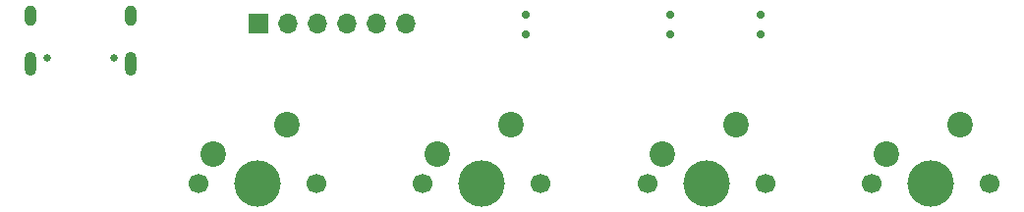
<source format=gbr>
%TF.GenerationSoftware,KiCad,Pcbnew,7.0.8*%
%TF.CreationDate,2024-01-31T16:08:22-06:00*%
%TF.ProjectId,K33b,4b333362-2e6b-4696-9361-645f70636258,rev?*%
%TF.SameCoordinates,Original*%
%TF.FileFunction,Soldermask,Bot*%
%TF.FilePolarity,Negative*%
%FSLAX46Y46*%
G04 Gerber Fmt 4.6, Leading zero omitted, Abs format (unit mm)*
G04 Created by KiCad (PCBNEW 7.0.8) date 2024-01-31 16:08:22*
%MOMM*%
%LPD*%
G01*
G04 APERTURE LIST*
%ADD10O,1.000000X1.800000*%
%ADD11O,1.000000X2.100000*%
%ADD12C,0.650000*%
%ADD13C,0.700000*%
%ADD14C,2.200000*%
%ADD15C,1.700000*%
%ADD16C,4.000000*%
%ADD17O,1.700000X1.700000*%
%ADD18R,1.700000X1.700000*%
G04 APERTURE END LIST*
D10*
%TO.C,J2*%
X75500000Y-89500000D03*
D11*
X75500000Y-93650000D03*
D10*
X84140000Y-89500000D03*
D11*
X84140000Y-93650000D03*
D12*
X76930000Y-93150000D03*
X82710000Y-93150000D03*
%TD*%
D13*
%TO.C,SW7*%
X138425000Y-91100000D03*
X138425000Y-89400000D03*
%TD*%
%TO.C,SW6*%
X130675000Y-91100000D03*
X130675000Y-89400000D03*
%TD*%
%TO.C,SW5*%
X118175000Y-91100000D03*
X118175000Y-89400000D03*
%TD*%
D14*
%TO.C,SW4*%
X149290000Y-101460000D03*
X155640000Y-98920000D03*
D15*
X158180000Y-104000000D03*
X148020000Y-104000000D03*
D16*
X153100000Y-104000000D03*
%TD*%
D14*
%TO.C,SW3*%
X129970000Y-101460000D03*
X136320000Y-98920000D03*
D15*
X138860000Y-104000000D03*
X128700000Y-104000000D03*
D16*
X133780000Y-104000000D03*
%TD*%
D14*
%TO.C,SW2*%
X110610000Y-101460000D03*
X116960000Y-98920000D03*
D15*
X119500000Y-104000000D03*
X109340000Y-104000000D03*
D16*
X114420000Y-104000000D03*
%TD*%
D14*
%TO.C,SW1*%
X91270000Y-101460000D03*
X97620000Y-98920000D03*
D15*
X100160000Y-104000000D03*
X90000000Y-104000000D03*
D16*
X95080000Y-104000000D03*
%TD*%
D17*
%TO.C,J1*%
X107850000Y-90200000D03*
X105310000Y-90200000D03*
X102770000Y-90200000D03*
X100230000Y-90200000D03*
X97690000Y-90200000D03*
D18*
X95150000Y-90200000D03*
%TD*%
M02*

</source>
